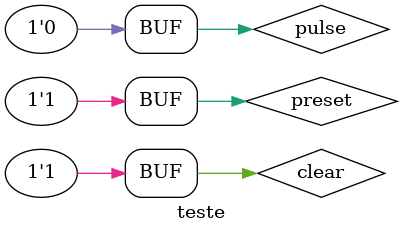
<source format=v>

`include "tff.v"

module teste;
	wire a, b, c, d;
	wire anot, bnot, cnot, dnot;
	wire an, bn, cn, dn;
	reg preset, pulse;
	reg clear;
	
	tff TFFa ( a, anot, 1, bn, preset, clear );
	tff TFFb ( b, anot, 1, cn, preset, clear );
	tff TFFc ( c, anot, 1, dn, preset, clear );
	tff TFFd ( d, anot, pulse, pulse, preset, clear );
	
	not ( an, a );
	not ( bn, b );
	not ( cn, c );
	not ( dn, d );
	
	//clear = an, b, cn, d ... nao consegui implementar ( erros com valores x )
	
	initial begin
		$monitor ( "%d || %b %b %b %b", $time, a, b, c, d );
		preset = 1; clear = 0; pulse = 1;
		#1 pulse = 0; clear = 1;
		#1 pulse = 1;
		#1 pulse = 0;
		#1 pulse = 1;
		#1 pulse = 0;
		#1 pulse = 1;
		#1 pulse = 0;
		#1 pulse = 1;
		#1 pulse = 0;
		#1 pulse = 1;
		#1 pulse = 0;
		#1 pulse = 1;
		#1 pulse = 0;
		#1 pulse = 1;
		#1 pulse = 0;
		#1 pulse = 1;
		#1 pulse = 0;
		#1 pulse = 1;
		#1 pulse = 0;
		#1 pulse = 1;
		#1 pulse = 0;
		#1 pulse = 1;
		#1 pulse = 0;
		#1 pulse = 1;
		#1 pulse = 0;
		#1 pulse = 1;
		#1 pulse = 0;
		#1 pulse = 1;
		#1 pulse = 0;
		#1 pulse = 1;
		#1 pulse = 0;
		#1 pulse = 1;
		#1 pulse = 0;
		#1 pulse = 1;
		#1 pulse = 0;
		#1 pulse = 1;
		#1 pulse = 0;
		#1 pulse = 1;
		#1 pulse = 0;
		#1 pulse = 1;
		#1 pulse = 0;
		#1 pulse = 1;
		#1 pulse = 0;
		#1 pulse = 1;
		#1 pulse = 0;
		#1 pulse = 1;
		#1 pulse = 0;
		#1 pulse = 1;
		#1 pulse = 0;
		#1 pulse = 1;
		#1 pulse = 0;
		#1 pulse = 1;
		#1 pulse = 0;
		#1 pulse = 1;
		#1 pulse = 0;
		#1 pulse = 1;
		#1 pulse = 0;
		#1 pulse = 1;
		#1 pulse = 0;
		#1 pulse = 1;
		#1 pulse = 0;
		#1 pulse = 1;
		#1 pulse = 0;
	end
endmodule

</source>
